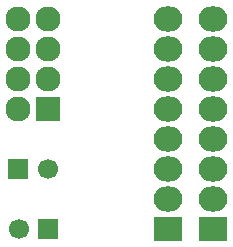
<source format=gbs>
G04 #@! TF.FileFunction,Soldermask,Bot*
%FSLAX46Y46*%
G04 Gerber Fmt 4.6, Leading zero omitted, Abs format (unit mm)*
G04 Created by KiCad (PCBNEW 4.0.2-stable) date Friday, 10 June 2016 'pmt' 15:57:06*
%MOMM*%
G01*
G04 APERTURE LIST*
%ADD10C,0.100000*%
%ADD11R,1.700000X1.700000*%
%ADD12C,1.700000*%
%ADD13R,2.127200X2.127200*%
%ADD14O,2.127200X2.127200*%
%ADD15R,2.432000X2.127200*%
%ADD16O,2.432000X2.127200*%
G04 APERTURE END LIST*
D10*
D11*
X163830000Y-114300000D03*
D12*
X161330000Y-114300000D03*
X163790000Y-109220000D03*
D11*
X161290000Y-109220000D03*
D13*
X163830000Y-104140000D03*
D14*
X161290000Y-104140000D03*
X163830000Y-101600000D03*
X161290000Y-101600000D03*
X163830000Y-99060000D03*
X161290000Y-99060000D03*
X163830000Y-96520000D03*
X161290000Y-96520000D03*
D15*
X177800000Y-114300000D03*
D16*
X177800000Y-111760000D03*
X177800000Y-109220000D03*
X177800000Y-106680000D03*
X177800000Y-104140000D03*
X177800000Y-101600000D03*
X177800000Y-99060000D03*
X177800000Y-96520000D03*
D15*
X173990000Y-114300000D03*
D16*
X173990000Y-111760000D03*
X173990000Y-109220000D03*
X173990000Y-106680000D03*
X173990000Y-104140000D03*
X173990000Y-101600000D03*
X173990000Y-99060000D03*
X173990000Y-96520000D03*
M02*

</source>
